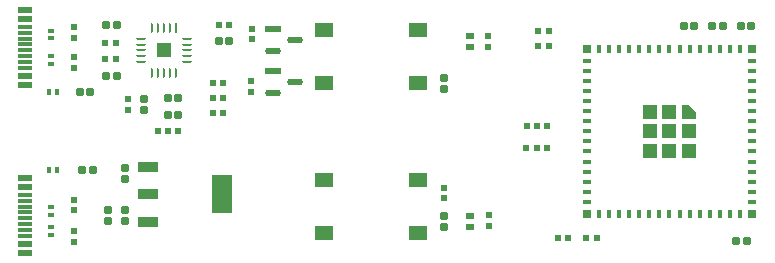
<source format=gtp>
G04*
G04 #@! TF.GenerationSoftware,Altium Limited,Altium Designer,25.8.1 (18)*
G04*
G04 Layer_Color=8421504*
%FSLAX25Y25*%
%MOIN*%
G70*
G04*
G04 #@! TF.SameCoordinates,84CAB14F-A09E-4842-903A-F773CCEDBAE3*
G04*
G04*
G04 #@! TF.FilePolarity,Positive*
G04*
G01*
G75*
%ADD16R,0.05105X0.05105*%
%ADD17R,0.02126X0.02362*%
G04:AMPARAMS|DCode=18|XSize=33.06mil|YSize=9.55mil|CornerRadius=4.77mil|HoleSize=0mil|Usage=FLASHONLY|Rotation=270.000|XOffset=0mil|YOffset=0mil|HoleType=Round|Shape=RoundedRectangle|*
%AMROUNDEDRECTD18*
21,1,0.03306,0.00000,0,0,270.0*
21,1,0.02351,0.00955,0,0,270.0*
1,1,0.00955,0.00000,-0.01176*
1,1,0.00955,0.00000,0.01176*
1,1,0.00955,0.00000,0.01176*
1,1,0.00955,0.00000,-0.01176*
%
%ADD18ROUNDEDRECTD18*%
%ADD19R,0.04528X0.02362*%
%ADD20R,0.02362X0.01378*%
%ADD21R,0.02362X0.02126*%
G04:AMPARAMS|DCode=22|XSize=23.62mil|YSize=26.38mil|CornerRadius=2.95mil|HoleSize=0mil|Usage=FLASHONLY|Rotation=270.000|XOffset=0mil|YOffset=0mil|HoleType=Round|Shape=RoundedRectangle|*
%AMROUNDEDRECTD22*
21,1,0.02362,0.02047,0,0,270.0*
21,1,0.01772,0.02638,0,0,270.0*
1,1,0.00591,-0.01024,-0.00886*
1,1,0.00591,-0.01024,0.00886*
1,1,0.00591,0.01024,0.00886*
1,1,0.00591,0.01024,-0.00886*
%
%ADD22ROUNDEDRECTD22*%
%ADD23R,0.01378X0.02362*%
G04:AMPARAMS|DCode=24|XSize=35.43mil|YSize=68.9mil|CornerRadius=1.95mil|HoleSize=0mil|Usage=FLASHONLY|Rotation=90.000|XOffset=0mil|YOffset=0mil|HoleType=Round|Shape=RoundedRectangle|*
%AMROUNDEDRECTD24*
21,1,0.03543,0.06500,0,0,90.0*
21,1,0.03154,0.06890,0,0,90.0*
1,1,0.00390,0.03250,0.01577*
1,1,0.00390,0.03250,-0.01577*
1,1,0.00390,-0.03250,-0.01577*
1,1,0.00390,-0.03250,0.01577*
%
%ADD24ROUNDEDRECTD24*%
G04:AMPARAMS|DCode=25|XSize=125.98mil|YSize=68.9mil|CornerRadius=2.07mil|HoleSize=0mil|Usage=FLASHONLY|Rotation=90.000|XOffset=0mil|YOffset=0mil|HoleType=Round|Shape=RoundedRectangle|*
%AMROUNDEDRECTD25*
21,1,0.12598,0.06476,0,0,90.0*
21,1,0.12185,0.06890,0,0,90.0*
1,1,0.00413,0.03238,0.06093*
1,1,0.00413,0.03238,-0.06093*
1,1,0.00413,-0.03238,-0.06093*
1,1,0.00413,-0.03238,0.06093*
%
%ADD25ROUNDEDRECTD25*%
G04:AMPARAMS|DCode=26|XSize=23.62mil|YSize=26.38mil|CornerRadius=2.95mil|HoleSize=0mil|Usage=FLASHONLY|Rotation=180.000|XOffset=0mil|YOffset=0mil|HoleType=Round|Shape=RoundedRectangle|*
%AMROUNDEDRECTD26*
21,1,0.02362,0.02047,0,0,180.0*
21,1,0.01772,0.02638,0,0,180.0*
1,1,0.00591,-0.00886,0.01024*
1,1,0.00591,0.00886,0.01024*
1,1,0.00591,0.00886,-0.01024*
1,1,0.00591,-0.00886,-0.01024*
%
%ADD26ROUNDEDRECTD26*%
%ADD27R,0.02756X0.02362*%
%ADD28R,0.03150X0.03150*%
%ADD29R,0.04724X0.04724*%
%ADD30R,0.06100X0.05100*%
%ADD31R,0.01575X0.03150*%
%ADD32R,0.03150X0.01575*%
G04:AMPARAMS|DCode=33|XSize=53.43mil|YSize=22.53mil|CornerRadius=11.26mil|HoleSize=0mil|Usage=FLASHONLY|Rotation=0.000|XOffset=0mil|YOffset=0mil|HoleType=Round|Shape=RoundedRectangle|*
%AMROUNDEDRECTD33*
21,1,0.05343,0.00000,0,0,0.0*
21,1,0.03091,0.02253,0,0,0.0*
1,1,0.02253,0.01545,0.00000*
1,1,0.02253,-0.01545,0.00000*
1,1,0.02253,-0.01545,0.00000*
1,1,0.02253,0.01545,0.00000*
%
%ADD33ROUNDEDRECTD33*%
G04:AMPARAMS|DCode=34|XSize=9.55mil|YSize=33.06mil|CornerRadius=4.77mil|HoleSize=0mil|Usage=FLASHONLY|Rotation=270.000|XOffset=0mil|YOffset=0mil|HoleType=Round|Shape=RoundedRectangle|*
%AMROUNDEDRECTD34*
21,1,0.00955,0.02351,0,0,270.0*
21,1,0.00000,0.03306,0,0,270.0*
1,1,0.00955,-0.01176,0.00000*
1,1,0.00955,-0.01176,0.00000*
1,1,0.00955,0.01176,0.00000*
1,1,0.00955,0.01176,0.00000*
%
%ADD34ROUNDEDRECTD34*%
%ADD35R,0.00955X0.03306*%
%ADD36R,0.04528X0.01181*%
%ADD37R,0.05343X0.02253*%
G36*
X243638Y54134D02*
Y58858D01*
X246000D01*
X248362Y56496D01*
Y54134D01*
X243638D01*
D02*
G37*
D16*
X71000Y77000D02*
D03*
D17*
X87299Y56000D02*
D03*
X90701D02*
D03*
Y61000D02*
D03*
X202299Y14500D02*
D03*
X72299Y50000D02*
D03*
D03*
X87299Y61000D02*
D03*
Y66000D02*
D03*
X211799Y14500D02*
D03*
X195201Y44500D02*
D03*
X191799D02*
D03*
X75701Y50000D02*
D03*
X92701Y85500D02*
D03*
X54902Y79500D02*
D03*
Y74000D02*
D03*
X89299Y85500D02*
D03*
X195299Y44500D02*
D03*
X198701Y51800D02*
D03*
X195299D02*
D03*
D03*
X195799Y78500D02*
D03*
X191898Y51800D02*
D03*
X198701Y44500D02*
D03*
X68898Y50000D02*
D03*
X51500Y74000D02*
D03*
Y79500D02*
D03*
X90701Y66000D02*
D03*
X199201Y83500D02*
D03*
X195799D02*
D03*
X205701Y14500D02*
D03*
X215201D02*
D03*
X199201Y78500D02*
D03*
D18*
X74937Y69459D02*
D03*
X71000Y84541D02*
D03*
Y69459D02*
D03*
X67063D02*
D03*
X69032D02*
D03*
X72969Y84541D02*
D03*
X69032D02*
D03*
X67063D02*
D03*
X72969Y69459D02*
D03*
D19*
X24764Y9409D02*
D03*
Y34606D02*
D03*
Y65394D02*
D03*
Y90591D02*
D03*
Y68543D02*
D03*
Y87441D02*
D03*
Y31457D02*
D03*
Y12559D02*
D03*
D20*
X33500Y15441D02*
D03*
Y24780D02*
D03*
Y72441D02*
D03*
Y83559D02*
D03*
Y18000D02*
D03*
Y81000D02*
D03*
Y75000D02*
D03*
Y22220D02*
D03*
D21*
X41000Y16701D02*
D03*
Y81299D02*
D03*
Y74701D02*
D03*
Y23799D02*
D03*
X59000Y60701D02*
D03*
X100000Y66701D02*
D03*
X100500Y80799D02*
D03*
X164500Y31201D02*
D03*
X179000Y78299D02*
D03*
X179500Y22000D02*
D03*
X100000Y63299D02*
D03*
X59000Y57299D02*
D03*
X41000Y27201D02*
D03*
X179500Y18598D02*
D03*
X41000Y84701D02*
D03*
Y71299D02*
D03*
X179000Y81701D02*
D03*
X41000Y13299D02*
D03*
X164500Y27799D02*
D03*
X100500Y84201D02*
D03*
D22*
X58000Y23720D02*
D03*
X52500D02*
D03*
X58000Y34280D02*
D03*
X64500Y57279D02*
D03*
X164500Y64280D02*
D03*
Y18280D02*
D03*
X64500Y60720D02*
D03*
X164500Y67721D02*
D03*
Y21721D02*
D03*
X58000Y37721D02*
D03*
Y20279D02*
D03*
X52500D02*
D03*
D23*
X32721Y37000D02*
D03*
Y63000D02*
D03*
X35280D02*
D03*
Y37000D02*
D03*
D24*
X65697Y29000D02*
D03*
Y38055D02*
D03*
Y19945D02*
D03*
D25*
X90303Y29000D02*
D03*
D26*
X47221Y37000D02*
D03*
X75721Y61000D02*
D03*
X46441Y63000D02*
D03*
X51780Y68500D02*
D03*
Y85500D02*
D03*
X75721Y55500D02*
D03*
X244280Y85000D02*
D03*
X266721D02*
D03*
X257221D02*
D03*
X261779Y13500D02*
D03*
X92721Y80000D02*
D03*
X72280Y55500D02*
D03*
Y61000D02*
D03*
X247721Y85000D02*
D03*
X253780D02*
D03*
X263280D02*
D03*
X265220Y13500D02*
D03*
X89280Y80000D02*
D03*
X55221Y68500D02*
D03*
Y85500D02*
D03*
X43000Y63000D02*
D03*
X43780Y37000D02*
D03*
D27*
X173000Y18130D02*
D03*
Y81870D02*
D03*
Y78130D02*
D03*
Y21870D02*
D03*
D28*
X211945Y22441D02*
D03*
Y77559D02*
D03*
X267063Y22441D02*
D03*
Y77559D02*
D03*
D29*
X233008Y50000D02*
D03*
Y43504D02*
D03*
X239504D02*
D03*
Y50000D02*
D03*
X233008Y56496D02*
D03*
X239504D02*
D03*
X246000Y43504D02*
D03*
Y50000D02*
D03*
D30*
X155650Y83858D02*
D03*
X124350D02*
D03*
X155650Y33858D02*
D03*
X124350D02*
D03*
Y16142D02*
D03*
X155650D02*
D03*
Y66142D02*
D03*
X124350D02*
D03*
D31*
X252890Y22441D02*
D03*
X256236D02*
D03*
X262929Y77559D02*
D03*
X259583D02*
D03*
X256236D02*
D03*
X262929Y22441D02*
D03*
X259583D02*
D03*
X249543D02*
D03*
X246197D02*
D03*
X242850D02*
D03*
X239504D02*
D03*
X236157D02*
D03*
X232811D02*
D03*
X229465D02*
D03*
X226118D02*
D03*
X222772D02*
D03*
X219425D02*
D03*
X216079D02*
D03*
Y77559D02*
D03*
X219425D02*
D03*
X222772D02*
D03*
X226118D02*
D03*
X229465D02*
D03*
X232811D02*
D03*
X236157D02*
D03*
X239504D02*
D03*
X242850D02*
D03*
X246197D02*
D03*
X249543D02*
D03*
X252890D02*
D03*
D32*
X267063Y26575D02*
D03*
Y29921D02*
D03*
Y33268D02*
D03*
Y39961D02*
D03*
Y36614D02*
D03*
Y50000D02*
D03*
Y43307D02*
D03*
Y46654D02*
D03*
Y53347D02*
D03*
Y63386D02*
D03*
Y56693D02*
D03*
Y60039D02*
D03*
Y70079D02*
D03*
Y66732D02*
D03*
Y73425D02*
D03*
X211945Y46654D02*
D03*
Y50000D02*
D03*
Y26575D02*
D03*
Y29921D02*
D03*
Y33268D02*
D03*
Y36614D02*
D03*
Y39961D02*
D03*
Y43307D02*
D03*
Y53347D02*
D03*
Y56693D02*
D03*
Y60039D02*
D03*
Y63386D02*
D03*
Y66732D02*
D03*
Y70079D02*
D03*
Y73425D02*
D03*
D33*
X107258Y76760D02*
D03*
Y62760D02*
D03*
X114742Y80500D02*
D03*
Y66500D02*
D03*
D34*
X78541Y77000D02*
D03*
Y78969D02*
D03*
Y73063D02*
D03*
Y75032D02*
D03*
X63459Y80937D02*
D03*
Y78969D02*
D03*
Y73063D02*
D03*
X78541Y80937D02*
D03*
X63459Y75032D02*
D03*
Y77000D02*
D03*
D35*
X74937Y84541D02*
D03*
D36*
X24764Y19055D02*
D03*
Y22992D02*
D03*
Y84882D02*
D03*
Y82913D02*
D03*
Y80945D02*
D03*
Y78976D02*
D03*
Y77008D02*
D03*
Y75039D02*
D03*
Y73071D02*
D03*
Y71102D02*
D03*
Y15118D02*
D03*
Y17087D02*
D03*
Y21024D02*
D03*
Y24961D02*
D03*
Y26929D02*
D03*
Y28898D02*
D03*
D37*
X107258Y84240D02*
D03*
Y70240D02*
D03*
M02*

</source>
